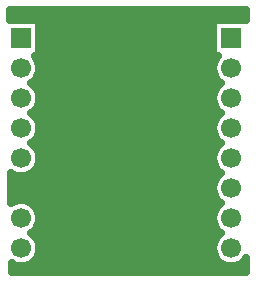
<source format=gbl>
G04 DipTrace 3.1.0.1*
G04 Bottom.gbl*
%MOIN*%
G04 #@! TF.FileFunction,Copper,L2,Bot*
G04 #@! TF.Part,Single*
G04 #@! TA.AperFunction,CopperBalancing*
%ADD15C,0.025*%
G04 #@! TA.AperFunction,ComponentPad*
%ADD17R,0.066929X0.066929*%
%ADD18C,0.066929*%
G04 #@! TA.AperFunction,ViaPad*
%ADD21C,0.04*%
%FSLAX26Y26*%
G04*
G70*
G90*
G75*
G01*
G04 Bottom*
%LPD*%
D21*
X862394Y1138037D3*
X427710Y1281899D2*
D15*
X1209866D1*
X525207Y1257030D2*
X1100276D1*
X525207Y1232161D2*
X1100276D1*
X525207Y1207293D2*
X1100276D1*
X525207Y1182424D2*
X1100276D1*
X525207Y1157555D2*
X1100276D1*
X521798Y1132686D2*
X1103684D1*
X525028Y1107818D2*
X1100491D1*
X517277Y1082949D2*
X1108206D1*
X504503Y1058080D2*
X1120980D1*
X521619Y1033211D2*
X1103899D1*
X525064Y1008343D2*
X1100454D1*
X517564Y983474D2*
X1107919D1*
X503892Y958605D2*
X1121591D1*
X521440Y933736D2*
X1104079D1*
X525100Y908867D2*
X1100419D1*
X517887Y883999D2*
X1107631D1*
X503247Y859130D2*
X1122236D1*
X521224Y834261D2*
X1104259D1*
X525135Y809392D2*
X1100383D1*
X518138Y784524D2*
X1107344D1*
X493127Y759655D2*
X1122882D1*
X431514Y734786D2*
X1104474D1*
X431657Y709917D2*
X1100346D1*
X431837Y685049D2*
X1107058D1*
X501954Y660180D2*
X1123564D1*
X520794Y635311D2*
X1104689D1*
X525172Y610442D2*
X1100346D1*
X518713Y585573D2*
X1106806D1*
X501236Y560705D2*
X1124245D1*
X520579Y535836D2*
X1104904D1*
X525172Y510967D2*
X1100311D1*
X518963Y486098D2*
X1106520D1*
X495927Y461230D2*
X1129556D1*
X1195919D2*
X1209866D1*
X433559Y436361D2*
X1209866D1*
X425285Y1272715D2*
X522714D1*
Y1152786D1*
X507391D1*
X511261Y1147997D1*
X516178Y1139974D1*
X519780Y1131281D1*
X521975Y1122131D1*
X522714Y1112751D1*
X521975Y1103370D1*
X519780Y1094220D1*
X516178Y1085528D1*
X511261Y1077504D1*
X505151Y1070349D1*
X497996Y1064239D1*
X495808Y1062777D1*
X501693Y1058348D1*
X508346Y1051694D1*
X513878Y1044083D1*
X518150Y1035698D1*
X521056Y1026749D1*
X522529Y1017455D1*
Y1008046D1*
X521056Y998752D1*
X518150Y989803D1*
X513878Y981419D1*
X508346Y973807D1*
X501693Y967154D1*
X495808Y962777D1*
X501693Y958348D1*
X508346Y951694D1*
X513878Y944083D1*
X518150Y935698D1*
X521056Y926749D1*
X522529Y917455D1*
Y908046D1*
X521056Y898752D1*
X518150Y889803D1*
X513878Y881419D1*
X508346Y873807D1*
X501693Y867154D1*
X495808Y862777D1*
X501693Y858348D1*
X508346Y851694D1*
X513878Y844083D1*
X518150Y835698D1*
X521056Y826749D1*
X522529Y817455D1*
Y808046D1*
X521056Y798752D1*
X518150Y789803D1*
X513878Y781419D1*
X508346Y773807D1*
X501693Y767154D1*
X494081Y761622D1*
X485697Y757350D1*
X476748Y754444D1*
X467454Y752971D1*
X458045D1*
X448751Y754444D1*
X439802Y757350D1*
X431417Y761622D1*
X428803Y763370D1*
X429501Y662654D1*
X435526Y666180D1*
X444219Y669781D1*
X453369Y671976D1*
X462749Y672715D1*
X472130Y671976D1*
X481280Y669781D1*
X489972Y666180D1*
X497996Y661262D1*
X505151Y655152D1*
X511261Y647997D1*
X516178Y639974D1*
X519780Y631281D1*
X521975Y622131D1*
X522714Y612751D1*
X521975Y603370D1*
X519780Y594220D1*
X516178Y585528D1*
X511261Y577504D1*
X505151Y570349D1*
X497996Y564239D1*
X495808Y562777D1*
X501693Y558348D1*
X508346Y551694D1*
X513878Y544083D1*
X518150Y535698D1*
X521056Y526749D1*
X522529Y517455D1*
Y508046D1*
X521056Y498752D1*
X518150Y489803D1*
X513878Y481419D1*
X508346Y473807D1*
X501693Y467154D1*
X494081Y461622D1*
X485697Y457350D1*
X476748Y454444D1*
X467454Y452971D1*
X458045D1*
X448751Y454444D1*
X439802Y457350D1*
X431417Y461622D1*
X430883Y461980D1*
X431104Y431852D1*
X1212341Y431862D1*
X1212356Y479038D1*
X1208346Y473807D1*
X1201693Y467154D1*
X1194081Y461622D1*
X1185697Y457350D1*
X1176748Y454444D1*
X1167454Y452971D1*
X1158045D1*
X1148751Y454444D1*
X1139802Y457350D1*
X1131417Y461622D1*
X1123806Y467154D1*
X1117152Y473807D1*
X1111621Y481419D1*
X1107349Y489803D1*
X1104442Y498752D1*
X1102970Y508046D1*
Y517455D1*
X1104442Y526749D1*
X1107349Y535698D1*
X1111621Y544083D1*
X1117152Y551694D1*
X1123806Y558348D1*
X1129690Y562724D1*
X1123806Y567154D1*
X1117152Y573807D1*
X1111621Y581419D1*
X1107349Y589803D1*
X1104442Y598752D1*
X1102970Y608046D1*
Y617455D1*
X1104442Y626749D1*
X1107349Y635698D1*
X1111621Y644083D1*
X1117152Y651694D1*
X1123806Y658348D1*
X1129690Y662724D1*
X1123806Y667154D1*
X1117152Y673807D1*
X1111621Y681419D1*
X1107349Y689803D1*
X1104442Y698752D1*
X1102970Y708046D1*
Y717455D1*
X1104442Y726749D1*
X1107349Y735698D1*
X1111621Y744083D1*
X1117152Y751694D1*
X1123806Y758348D1*
X1129690Y762724D1*
X1123806Y767154D1*
X1117152Y773807D1*
X1111621Y781419D1*
X1107349Y789803D1*
X1104442Y798752D1*
X1102970Y808046D1*
Y817455D1*
X1104442Y826749D1*
X1107349Y835698D1*
X1111621Y844083D1*
X1117152Y851694D1*
X1123806Y858348D1*
X1129690Y862724D1*
X1123806Y867154D1*
X1117152Y873807D1*
X1111621Y881419D1*
X1107349Y889803D1*
X1104442Y898752D1*
X1102970Y908046D1*
Y917455D1*
X1104442Y926749D1*
X1107349Y935698D1*
X1111621Y944083D1*
X1117152Y951694D1*
X1123806Y958348D1*
X1129690Y962724D1*
X1123806Y967154D1*
X1117152Y973807D1*
X1111621Y981419D1*
X1107349Y989803D1*
X1104442Y998752D1*
X1102970Y1008046D1*
Y1017455D1*
X1104442Y1026749D1*
X1107349Y1035698D1*
X1111621Y1044083D1*
X1117152Y1051694D1*
X1123806Y1058348D1*
X1129690Y1062724D1*
X1123806Y1067154D1*
X1117152Y1073807D1*
X1111621Y1081419D1*
X1107349Y1089803D1*
X1104442Y1098752D1*
X1102970Y1108046D1*
Y1117455D1*
X1104442Y1126749D1*
X1107349Y1135698D1*
X1111621Y1144083D1*
X1117152Y1151694D1*
X1118163Y1152789D1*
X1102785Y1152786D1*
Y1272715D1*
X1212339D1*
X1212356Y1306743D1*
X425033Y1306768D1*
X425264Y1272741D1*
D17*
X462749Y1212751D3*
D18*
Y1112751D3*
Y1012751D3*
Y912751D3*
Y812751D3*
Y712751D3*
Y612751D3*
Y512751D3*
D17*
X1162749Y1212751D3*
D18*
Y1112751D3*
Y1012751D3*
Y912751D3*
Y812751D3*
Y712751D3*
Y612751D3*
Y512751D3*
M02*

</source>
